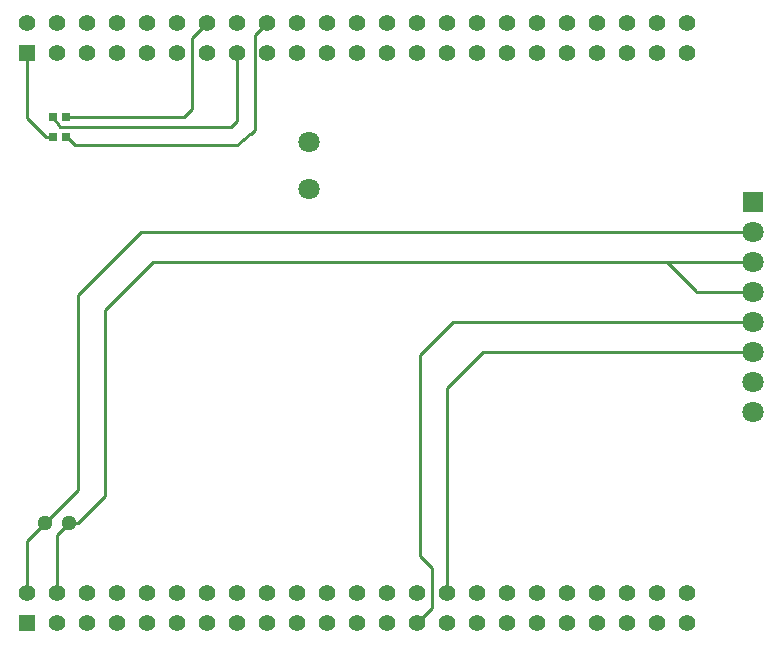
<source format=gtl>
G04 Layer: TopLayer*
G04 EasyEDA v6.5.22, 2023-01-10 12:32:39*
G04 1e824566333e41a2b08e8a3146a8d8cc,2e4b97ed0a384ad5b60706015a639cab,10*
G04 Gerber Generator version 0.2*
G04 Scale: 100 percent, Rotated: No, Reflected: No *
G04 Dimensions in inches *
G04 leading zeros omitted , absolute positions ,3 integer and 6 decimal *
%FSLAX36Y36*%
%MOIN*%

%ADD10C,0.0100*%
%ADD11R,0.0276X0.0315*%
%ADD12C,0.0709*%
%ADD13R,0.0551X0.0551*%
%ADD14C,0.0551*%
%ADD15R,0.0709X0.0709*%
%ADD16C,0.0512*%

%LPD*%
D10*
X979369Y-1800000D02*
G01*
X1010000Y-1800000D01*
X1100000Y-1710000D01*
X1100000Y-1090000D01*
X1260000Y-930000D01*
X3260000Y-930000D01*
X940000Y-2035000D02*
G01*
X940000Y-1839369D01*
X979369Y-1800000D01*
X840000Y-2035000D02*
G01*
X840000Y-1860630D01*
X900630Y-1800000D01*
X3260000Y-1230000D02*
G01*
X2360000Y-1230000D01*
X2240000Y-1350000D01*
X2240000Y-2035000D01*
X3260000Y-1130000D02*
G01*
X2260000Y-1130000D01*
X2150000Y-1240000D01*
X2150000Y-1910000D01*
X2190000Y-1950000D01*
X2190000Y-2085000D01*
X2140000Y-2135000D01*
X971649Y-513458D02*
G01*
X973461Y-513458D01*
X1000000Y-540000D01*
X1540000Y-540000D01*
X1584252Y-504600D01*
X1585399Y-504600D01*
X1600000Y-490000D01*
X1600000Y-175000D01*
X1640000Y-135000D01*
X971649Y-446541D02*
G01*
X1363461Y-446541D01*
X1390000Y-420000D01*
X1390000Y-185000D01*
X1440000Y-135000D01*
X3260000Y-1030000D02*
G01*
X3070000Y-1030000D01*
X3070000Y-1027366D01*
X2972632Y-930000D01*
X3260000Y-830000D02*
G01*
X1220000Y-830000D01*
X1010000Y-1040000D01*
X1010000Y-1690630D01*
X900630Y-1800000D01*
X950000Y-480000D02*
G01*
X1520000Y-480000D01*
X1540000Y-460000D01*
X1540000Y-235000D01*
X928350Y-446541D02*
G01*
X928350Y-448350D01*
X950000Y-480000D01*
X928350Y-513460D02*
G01*
X903460Y-513460D01*
X840000Y-450000D01*
X840000Y-235000D01*
D11*
G01*
X971649Y-513460D03*
G01*
X928350Y-513460D03*
G01*
X928350Y-446539D03*
G01*
X971649Y-446539D03*
D12*
G01*
X1780000Y-688739D03*
G01*
X1780000Y-531260D03*
D13*
G01*
X840000Y-235000D03*
D14*
G01*
X840000Y-135000D03*
G01*
X940000Y-235000D03*
G01*
X940000Y-135000D03*
G01*
X1040000Y-235000D03*
G01*
X1040000Y-135000D03*
G01*
X1140000Y-235000D03*
G01*
X1140000Y-135000D03*
G01*
X1240000Y-235000D03*
G01*
X1240000Y-135000D03*
G01*
X1340000Y-235000D03*
G01*
X1340000Y-135000D03*
G01*
X1440000Y-235000D03*
G01*
X1440000Y-135000D03*
G01*
X1540000Y-235000D03*
G01*
X1540000Y-135000D03*
G01*
X1640000Y-235000D03*
G01*
X1640000Y-135000D03*
G01*
X1740000Y-235000D03*
G01*
X1740000Y-135000D03*
G01*
X1840000Y-235000D03*
G01*
X1840000Y-135000D03*
G01*
X1940000Y-235000D03*
G01*
X1940000Y-135000D03*
G01*
X2040000Y-235000D03*
G01*
X2040000Y-135000D03*
G01*
X2140000Y-235000D03*
G01*
X2140000Y-135000D03*
G01*
X2240000Y-235000D03*
G01*
X2240000Y-135000D03*
G01*
X2340000Y-235000D03*
G01*
X2340000Y-135000D03*
G01*
X2440000Y-235000D03*
G01*
X2440000Y-135000D03*
G01*
X2540000Y-235000D03*
G01*
X2540000Y-135000D03*
G01*
X2640000Y-235000D03*
G01*
X2640000Y-135000D03*
G01*
X2740000Y-235000D03*
G01*
X2740000Y-135000D03*
G01*
X2840000Y-235000D03*
G01*
X2840000Y-135000D03*
G01*
X2940000Y-235000D03*
G01*
X2940000Y-135000D03*
G01*
X3040000Y-235000D03*
G01*
X3040000Y-135000D03*
D13*
G01*
X840000Y-2135000D03*
D14*
G01*
X840000Y-2035000D03*
G01*
X940000Y-2135000D03*
G01*
X940000Y-2035000D03*
G01*
X1040000Y-2135000D03*
G01*
X1040000Y-2035000D03*
G01*
X1140000Y-2135000D03*
G01*
X1140000Y-2035000D03*
G01*
X1240000Y-2135000D03*
G01*
X1240000Y-2035000D03*
G01*
X1340000Y-2135000D03*
G01*
X1340000Y-2035000D03*
G01*
X1440000Y-2135000D03*
G01*
X1440000Y-2035000D03*
G01*
X1540000Y-2135000D03*
G01*
X1540000Y-2035000D03*
G01*
X1640000Y-2135000D03*
G01*
X1640000Y-2035000D03*
G01*
X1740000Y-2135000D03*
G01*
X1740000Y-2035000D03*
G01*
X1840000Y-2135000D03*
G01*
X1840000Y-2035000D03*
G01*
X1940000Y-2135000D03*
G01*
X1940000Y-2035000D03*
G01*
X2040000Y-2135000D03*
G01*
X2040000Y-2035000D03*
G01*
X2140000Y-2135000D03*
G01*
X2140000Y-2035000D03*
G01*
X2240000Y-2135000D03*
G01*
X2240000Y-2035000D03*
G01*
X2340000Y-2135000D03*
G01*
X2340000Y-2035000D03*
G01*
X2440000Y-2135000D03*
G01*
X2440000Y-2035000D03*
G01*
X2540000Y-2135000D03*
G01*
X2540000Y-2035000D03*
G01*
X2640000Y-2135000D03*
G01*
X2640000Y-2035000D03*
G01*
X2740000Y-2135000D03*
G01*
X2740000Y-2035000D03*
G01*
X2840000Y-2135000D03*
G01*
X2840000Y-2035000D03*
G01*
X2940000Y-2135000D03*
G01*
X2940000Y-2035000D03*
G01*
X3040000Y-2135000D03*
G01*
X3040000Y-2035000D03*
D15*
G01*
X3260000Y-730000D03*
D12*
G01*
X3260000Y-830000D03*
G01*
X3260000Y-930000D03*
G01*
X3260000Y-1030000D03*
G01*
X3260000Y-1130000D03*
G01*
X3260000Y-1230000D03*
G01*
X3260000Y-1330000D03*
G01*
X3260000Y-1430000D03*
D16*
G01*
X979369Y-1800000D03*
G01*
X900630Y-1800000D03*
M02*

</source>
